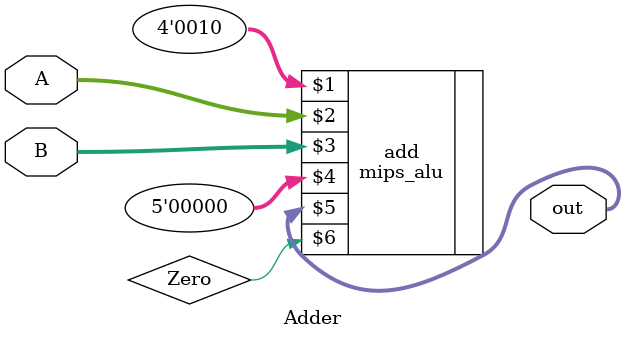
<source format=v>
/*
This is the work of Shivam Singhal (200939) and Shrey Wadhawan (200948) and contains the code deliverables for the CS220 Assignment-7.
*/

/*
This module is a ALU which only performs 32-bit addition for updation of program counter.
It is an instantation of the original MIPS_ALU module.
*/
`include "alu.v"

module Adder( A,B,out);

input [31:0] A;
input [31:0] B; 
output [31:0] out;
wire Zero;

mips_alu add(4'b0010, A, B, 5'b0, out, Zero);

endmodule
</source>
